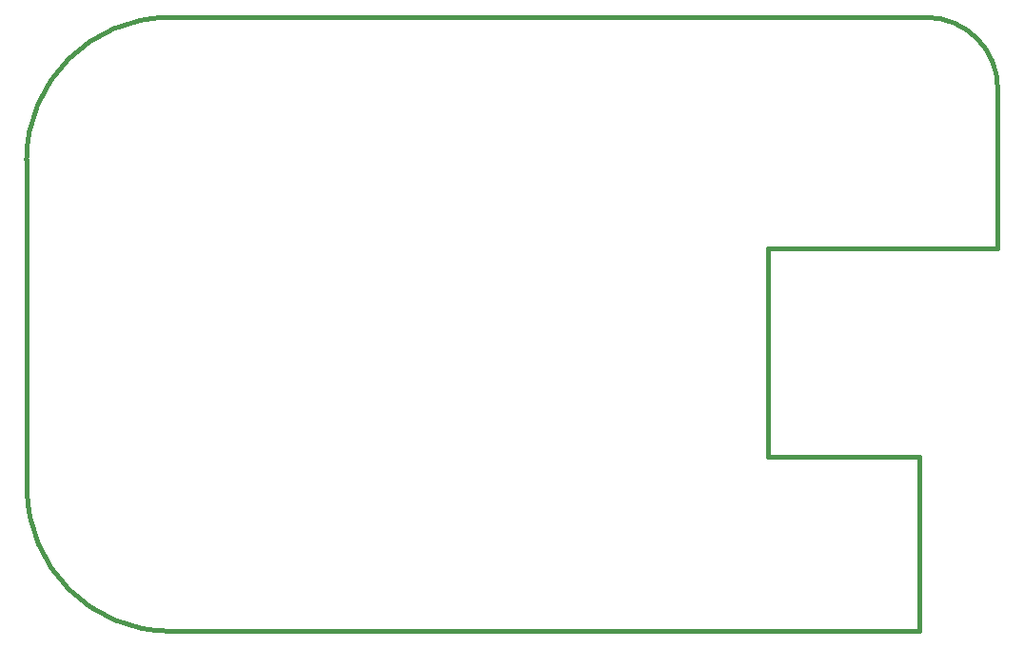
<source format=gm1>
%TF.GenerationSoftware,KiCad,Pcbnew,(5.1.10)-1*%
%TF.CreationDate,2022-04-08T15:59:23-04:00*%
%TF.ProjectId,BBB-GVS-X4,4242422d-4756-4532-9d58-342e6b696361,0.3*%
%TF.SameCoordinates,PX5962530PY32436e8*%
%TF.FileFunction,Profile,NP*%
%FSLAX46Y46*%
G04 Gerber Fmt 4.6, Leading zero omitted, Abs format (unit mm)*
G04 Created by KiCad (PCBNEW (5.1.10)-1) date 2022-04-08 15:59:23*
%MOMM*%
%LPD*%
G01*
G04 APERTURE LIST*
%TA.AperFunction,Profile*%
%ADD10C,0.381000*%
%TD*%
G04 APERTURE END LIST*
D10*
X86360000Y-6352540D02*
X86360000Y-20571460D01*
X79377540Y-54627780D02*
X12700000Y-54610000D01*
X12649200Y-2540D02*
X80010000Y0D01*
X79375000Y-39116000D02*
X65913000Y-39116000D01*
X79380080Y-54627780D02*
X79372460Y-39116000D01*
X65913000Y-20574000D02*
X65913000Y-39116000D01*
X86360000Y-20574000D02*
X65913000Y-20574000D01*
X-50800Y-12702540D02*
X0Y-41910000D01*
X86360000Y-6350000D02*
G75*
G03*
X80010000Y0I-6350000J0D01*
G01*
X0Y-41910000D02*
G75*
G03*
X12700000Y-54610000I12700000J0D01*
G01*
X12649200Y0D02*
G75*
G03*
X-50800Y-12700000I0J-12700000D01*
G01*
M02*

</source>
